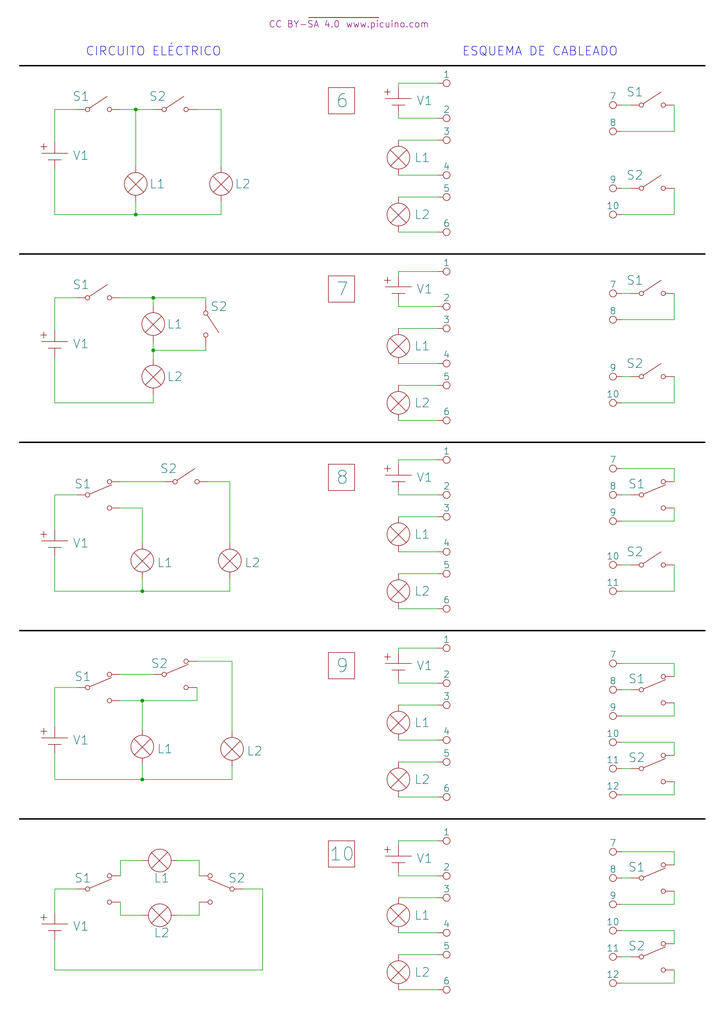
<source format=kicad_sch>
(kicad_sch (version 20231120) (generator "eeschema") (generator_version "8.0")
  (paper "A4" portrait)
  (title_block (title "Cableado eléctrico") (date "19/10/2018") (company "www.picuino.com") (comment 1 "Copyright (c) 2018 by Carlos Pardo") (comment 2 "License CC BY-SA 4.0"))
  (lib_symbols
    (symbol "electric-cableado-rescue:CopyRight-simbolos" (pin_names (offset 1.016))
      (property "License" "CC BY-SA 4.0" (at -1.27 -1.27 0))
      (property "Web" "www.picuino.com" (at 0 -1.27 0))
      (symbol "CopyRight-simbolos_0_1"
        (polyline (pts (xy -10.16 0) (xy 10.16 0)) (stroke (width 0.2032)))
      )
    )
    (symbol "electric-cableado-rescue:Pila-simbolos" (pin_names (offset 1.016))
      (property "Reference" "V" (at 5.08 -4.445 0))
      (symbol "Pila-simbolos_0_1"
        (polyline (pts (xy -4.064 -1.27) (xy -2.286 -1.27)))
        (polyline (pts (xy -3.81 -3.175) (xy 3.81 -3.175)))
        (polyline (pts (xy -3.175 -0.381) (xy -3.175 -2.159)))
        (polyline (pts (xy -1.905 -5.08) (xy 1.905 -5.08)))
      )
      (symbol "Pila-simbolos_1_1"
        (pin input line (at 0 -7.62 90) (length 2.54) (name "") (number ""))
        (pin input line (at 0 0 270) (length 3.175) (name "") (number ""))
      )
    )
    (symbol "electric-cableado-rescue:conector-simbolos" (pin_names (offset 1.016))
      (symbol "conector-simbolos_0_1"
        (circle (center 2.54 0) (radius 1.016))
      )
      (symbol "conector-simbolos_1_1"
        (pin input line (at 0 0 0) (length 1.524) (name "") (number ""))
      )
    )
    (symbol "electric-cableado-rescue:lampara-simbolos" (pin_names (offset 1.016))
      (property "Reference" "L" (at 4.445 -5.08 0))
      (symbol "lampara-simbolos_0_1"
        (circle (center 0 -5.08) (radius 3.302))
        (polyline (pts (xy -2.286 -7.493) (xy 2.286 -2.921)))
        (polyline (pts (xy -2.286 -2.921) (xy 2.286 -7.493)))
      )
      (symbol "lampara-simbolos_1_1"
        (pin input line (at 0 -10.16 90) (length 1.778) (name "") (number ""))
        (pin input line (at 0 0 270) (length 1.778) (name "") (number ""))
      )
    )
    (symbol "electric-cableado-rescue:numero-simbolos" (pin_names (offset 1.016))
      (property "Value" "numero-simbolos" (at 0 0 0))
      (symbol "numero-simbolos_0_1"
        (rectangle (start -3.81 3.81) (end 3.81 -3.81))
      )
    )
    (symbol "electric-cableado-rescue:selector-simbolos" (pin_names (offset 1.016))
      (property "Reference" "S" (at 4.445 3.175 0))
      (symbol "selector-simbolos_0_0"
        (circle (center 3.175 0) (radius 0.635))
        (circle (center 9.525 -3.81) (radius 0.635))
        (circle (center 9.525 3.81) (radius 0.635))
      )
      (symbol "selector-simbolos_0_1"
        (polyline (pts (xy 10.16 2.921) (xy 3.81 0.254)))
      )
      (symbol "selector-simbolos_1_1"
        (pin input line (at 0 0 0) (length 2.54) (name "") (number ""))
        (pin input line (at 12.7 -3.81 180) (length 2.54) (name "") (number ""))
        (pin input line (at 12.7 3.81 180) (length 2.54) (name "") (number ""))
      )
    )
    (symbol "electric-cableado-rescue:switch-simbolos" (pin_names (offset 1.016))
      (property "Reference" "S" (at 4.445 3.175 0))
      (symbol "switch-simbolos_0_0"
        (polyline (pts (xy 8.89 3.81) (xy 3.683 0.381)))
        (circle (center 3.175 0) (radius 0.635))
        (circle (center 9.525 0) (radius 0.635))
      )
      (symbol "switch-simbolos_1_1"
        (pin input line (at 0 0 0) (length 2.54) (name "") (number ""))
        (pin input line (at 12.7 0 180) (length 2.54) (name "") (number ""))
      )
    )
  )
  (junction (at 41.275 203.2))
  (junction (at 41.275 226.06))
  (junction (at 39.37 62.23))
  (junction (at 41.275 171.45))
  (junction (at 39.37 31.75))
  (junction (at 44.45 101.6))
  (junction (at 44.45 86.36))
  (wire (pts (xy 34.925 31.75) (xy 39.37 31.75)))
  (polyline (pts (xy 5.715 237.49) (xy 204.47 237.49)) (stroke (width 0.4064) (type solid) (color 0 0 0 1)))
  (wire (pts (xy 195.58 230.505) (xy 195.58 226.695)))
  (wire (pts (xy 195.58 192.405) (xy 180.34 192.405)))
  (wire (pts (xy 115.57 220.98) (xy 127 220.98)))
  (wire (pts (xy 41.275 226.06) (xy 67.31 226.06)))
  (wire (pts (xy 41.275 203.2) (xy 57.15 203.2)))
  (wire (pts (xy 66.675 157.48) (xy 66.675 139.7)))
  (wire (pts (xy 115.57 270.51) (xy 127 270.51)))
  (wire (pts (xy 15.875 161.29) (xy 15.875 171.45)))
  (wire (pts (xy 115.57 198.12) (xy 115.57 196.85)))
  (wire (pts (xy 60.325 139.7) (xy 66.675 139.7)))
  (wire (pts (xy 180.34 38.1) (xy 195.58 38.1)))
  (wire (pts (xy 15.875 199.39) (xy 15.875 210.82)))
  (wire (pts (xy 44.45 114.3) (xy 44.45 116.84)))
  (wire (pts (xy 115.57 231.14) (xy 127 231.14)))
  (wire (pts (xy 180.34 230.505) (xy 195.58 230.505)))
  (wire (pts (xy 22.225 143.51) (xy 15.875 143.51)))
  (wire (pts (xy 115.57 67.31) (xy 127 67.31)))
  (wire (pts (xy 115.57 134.62) (xy 115.57 133.35)))
  (wire (pts (xy 59.69 86.36) (xy 59.69 87.63)))
  (wire (pts (xy 22.225 199.39) (xy 15.875 199.39)))
  (polyline (pts (xy 5.715 182.88) (xy 204.47 182.88)) (stroke (width 0.4064) (type solid) (color 0 0 0 1)))
  (wire (pts (xy 195.58 247.015) (xy 180.34 247.015)))
  (wire (pts (xy 115.57 260.35) (xy 127 260.35)))
  (wire (pts (xy 182.88 254.635) (xy 180.34 254.635)))
  (wire (pts (xy 57.15 203.2) (xy 57.15 199.39)))
  (wire (pts (xy 182.88 222.885) (xy 180.34 222.885)))
  (wire (pts (xy 182.88 85.09) (xy 180.34 85.09)))
  (wire (pts (xy 15.875 31.75) (xy 22.225 31.75)))
  (wire (pts (xy 115.57 50.8) (xy 127 50.8)))
  (polyline (pts (xy 5.715 19.05) (xy 204.47 19.05)) (stroke (width 0.4064) (type solid) (color 0 0 0 1)))
  (wire (pts (xy 41.275 167.64) (xy 41.275 171.45)))
  (wire (pts (xy 15.875 62.23) (xy 39.37 62.23)))
  (wire (pts (xy 115.57 287.02) (xy 127 287.02)))
  (wire (pts (xy 195.58 54.61) (xy 195.58 62.23)))
  (wire (pts (xy 115.57 254) (xy 127 254)))
  (wire (pts (xy 195.58 151.13) (xy 195.58 147.32)))
  (wire (pts (xy 115.57 57.15) (xy 127 57.15)))
  (wire (pts (xy 195.58 273.685) (xy 195.58 269.875)))
  (wire (pts (xy 195.58 109.22) (xy 195.58 116.84)))
  (wire (pts (xy 115.57 143.51) (xy 115.57 142.24)))
  (wire (pts (xy 15.875 48.895) (xy 15.875 62.23)))
  (wire (pts (xy 115.57 160.02) (xy 127 160.02)))
  (wire (pts (xy 15.875 86.36) (xy 22.225 86.36)))
  (wire (pts (xy 39.37 31.75) (xy 44.45 31.75)))
  (wire (pts (xy 15.875 272.415) (xy 15.875 281.305)))
  (wire (pts (xy 115.57 88.9) (xy 115.57 87.63)))
  (wire (pts (xy 115.57 214.63) (xy 127 214.63)))
  (wire (pts (xy 115.57 276.86) (xy 127 276.86)))
  (wire (pts (xy 15.875 143.51) (xy 15.875 153.67)))
  (wire (pts (xy 15.875 257.81) (xy 15.875 264.795)))
  (wire (pts (xy 115.57 176.53) (xy 127 176.53)))
  (wire (pts (xy 44.45 101.6) (xy 44.45 104.14)))
  (polyline (pts (xy 5.715 73.66) (xy 204.47 73.66)) (stroke (width 0.4064) (type solid) (color 0 0 0 1)))
  (wire (pts (xy 44.45 88.9) (xy 44.45 86.36)))
  (wire (pts (xy 182.88 54.61) (xy 180.34 54.61)))
  (wire (pts (xy 180.34 262.255) (xy 195.58 262.255)))
  (wire (pts (xy 57.785 265.43) (xy 57.785 261.62)))
  (wire (pts (xy 182.88 109.22) (xy 180.34 109.22)))
  (wire (pts (xy 70.485 257.81) (xy 76.2 257.81)))
  (wire (pts (xy 15.875 171.45) (xy 41.275 171.45)))
  (wire (pts (xy 34.925 261.62) (xy 34.925 265.43)))
  (wire (pts (xy 57.785 249.555) (xy 57.785 254)))
  (wire (pts (xy 59.69 101.6) (xy 44.45 101.6)))
  (wire (pts (xy 195.58 139.7) (xy 195.58 135.89)))
  (wire (pts (xy 115.57 198.12) (xy 127 198.12)))
  (wire (pts (xy 115.57 245.11) (xy 115.57 243.84)))
  (wire (pts (xy 115.57 34.29) (xy 115.57 33.02)))
  (wire (pts (xy 57.15 31.75) (xy 64.135 31.75)))
  (wire (pts (xy 115.57 204.47) (xy 127 204.47)))
  (wire (pts (xy 34.925 139.7) (xy 47.625 139.7)))
  (wire (pts (xy 51.435 265.43) (xy 57.785 265.43)))
  (wire (pts (xy 182.88 200.025) (xy 180.34 200.025)))
  (wire (pts (xy 115.57 254) (xy 115.57 252.73)))
  (wire (pts (xy 15.875 31.75) (xy 15.875 41.275)))
  (wire (pts (xy 115.57 243.84) (xy 127 243.84)))
  (wire (pts (xy 34.925 249.555) (xy 41.275 249.555)))
  (wire (pts (xy 76.2 257.81) (xy 76.2 281.305)))
  (wire (pts (xy 15.875 103.505) (xy 15.875 116.84)))
  (wire (pts (xy 182.88 277.495) (xy 180.34 277.495)))
  (wire (pts (xy 115.57 78.74) (xy 127 78.74)))
  (wire (pts (xy 115.57 40.64) (xy 127 40.64)))
  (wire (pts (xy 195.58 207.645) (xy 195.58 203.835)))
  (wire (pts (xy 39.37 62.23) (xy 64.135 62.23)))
  (wire (pts (xy 15.875 281.305) (xy 76.2 281.305)))
  (wire (pts (xy 195.58 85.09) (xy 195.58 92.71)))
  (wire (pts (xy 41.275 221.615) (xy 41.275 226.06)))
  (wire (pts (xy 66.675 171.45) (xy 66.675 167.64)))
  (wire (pts (xy 195.58 215.265) (xy 180.34 215.265)))
  (wire (pts (xy 182.88 30.48) (xy 180.34 30.48)))
  (polyline (pts (xy 5.715 128.27) (xy 204.47 128.27)) (stroke (width 0.4064) (type solid) (color 0 0 0 1)))
  (wire (pts (xy 34.925 254) (xy 34.925 249.555)))
  (wire (pts (xy 115.57 105.41) (xy 127 105.41)))
  (wire (pts (xy 195.58 30.48) (xy 195.58 38.1)))
  (wire (pts (xy 34.925 86.36) (xy 44.45 86.36)))
  (wire (pts (xy 34.925 265.43) (xy 41.275 265.43)))
  (wire (pts (xy 41.275 203.2) (xy 41.275 211.455)))
  (wire (pts (xy 15.875 86.36) (xy 15.875 95.885)))
  (wire (pts (xy 51.435 249.555) (xy 57.785 249.555)))
  (wire (pts (xy 195.58 196.215) (xy 195.58 192.405)))
  (wire (pts (xy 59.69 100.33) (xy 59.69 101.6)))
  (wire (pts (xy 115.57 189.23) (xy 115.57 187.96)))
  (wire (pts (xy 39.37 31.75) (xy 39.37 48.26)))
  (wire (pts (xy 15.875 116.84) (xy 44.45 116.84)))
  (wire (pts (xy 115.57 133.35) (xy 127 133.35)))
  (wire (pts (xy 115.57 121.92) (xy 127 121.92)))
  (wire (pts (xy 182.88 143.51) (xy 180.34 143.51)))
  (wire (pts (xy 34.925 147.32) (xy 41.275 147.32)))
  (wire (pts (xy 44.45 99.06) (xy 44.45 101.6)))
  (wire (pts (xy 41.275 171.45) (xy 66.675 171.45)))
  (wire (pts (xy 115.57 166.37) (xy 127 166.37)))
  (wire (pts (xy 180.34 207.645) (xy 195.58 207.645)))
  (wire (pts (xy 195.58 269.875) (xy 180.34 269.875)))
  (wire (pts (xy 34.925 195.58) (xy 44.45 195.58)))
  (wire (pts (xy 195.58 219.075) (xy 195.58 215.265)))
  (wire (pts (xy 180.34 151.13) (xy 195.58 151.13)))
  (wire (pts (xy 180.34 171.45) (xy 195.58 171.45)))
  (wire (pts (xy 195.58 135.89) (xy 180.34 135.89)))
  (wire (pts (xy 115.57 24.13) (xy 127 24.13)))
  (wire (pts (xy 41.275 147.32) (xy 41.275 157.48)))
  (wire (pts (xy 180.34 62.23) (xy 195.58 62.23)))
  (wire (pts (xy 115.57 25.4) (xy 115.57 24.13)))
  (wire (pts (xy 15.875 226.06) (xy 41.275 226.06)))
  (wire (pts (xy 195.58 285.115) (xy 195.58 281.305)))
  (wire (pts (xy 115.57 143.51) (xy 127 143.51)))
  (wire (pts (xy 115.57 95.25) (xy 127 95.25)))
  (wire (pts (xy 44.45 86.36) (xy 59.69 86.36)))
  (wire (pts (xy 67.31 222.25) (xy 67.31 226.06)))
  (wire (pts (xy 115.57 34.29) (xy 127 34.29)))
  (wire (pts (xy 180.34 92.71) (xy 195.58 92.71)))
  (wire (pts (xy 22.225 257.81) (xy 15.875 257.81)))
  (wire (pts (xy 115.57 111.76) (xy 127 111.76)))
  (wire (pts (xy 15.875 218.44) (xy 15.875 226.06)))
  (wire (pts (xy 115.57 80.01) (xy 115.57 78.74)))
  (wire (pts (xy 115.57 149.86) (xy 127 149.86)))
  (wire (pts (xy 195.58 163.83) (xy 195.58 171.45)))
  (wire (pts (xy 115.57 187.96) (xy 127 187.96)))
  (wire (pts (xy 64.135 31.75) (xy 64.135 48.26)))
  (wire (pts (xy 180.34 116.84) (xy 195.58 116.84)))
  (wire (pts (xy 67.31 191.77) (xy 67.31 212.09)))
  (wire (pts (xy 182.88 163.83) (xy 180.34 163.83)))
  (wire (pts (xy 195.58 250.825) (xy 195.58 247.015)))
  (wire (pts (xy 180.34 285.115) (xy 195.58 285.115)))
  (wire (pts (xy 34.925 203.2) (xy 41.275 203.2)))
  (wire (pts (xy 64.135 58.42) (xy 64.135 62.23)))
  (wire (pts (xy 115.57 88.9) (xy 127 88.9)))
  (wire (pts (xy 39.37 58.42) (xy 39.37 62.23)))
  (wire (pts (xy 57.15 191.77) (xy 67.31 191.77)))
  (wire (pts (xy 195.58 262.255) (xy 195.58 258.445)))
  (text "ESQUEMA DE CABLEADO" (at 133.985 16.51 0) (effects (font (size 2.54 2.54)) (justify left bottom)))
  (text "CIRCUITO ELÉCTRICO" (at 24.765 16.51 0) (effects (font (size 2.54 2.54)) (justify left bottom)))
  (symbol (lib_id "electric-cableado-rescue:Pila-simbolos") (at 15.875 210.82 0) (unit 1)
    (property "Reference" "V1" (at 20.955 214.63 0) (effects (font (size 2.54 2.54)) (justify left)))
    (property "Value" "Pila" (effects (hide yes)))
  )
  (symbol (lib_id "electric-cableado-rescue:Pila-simbolos") (at 15.875 153.67 0) (unit 1)
    (property "Reference" "V1" (at 20.955 157.48 0) (effects (font (size 2.54 2.54)) (justify left)))
    (property "Value" "Pila" (effects (hide yes)))
  )
  (symbol (lib_id "electric-cableado-rescue:lampara-simbolos") (at 66.675 157.48 0) (unit 1)
    (property "Reference" "L2" (at 70.7644 163.195 0) (effects (font (size 2.54 2.54)) (justify left)))
    (property "Value" "lampara" (effects (hide yes)))
  )
  (symbol (lib_id "electric-cableado-rescue:lampara-simbolos") (at 41.275 157.48 0) (unit 1)
    (property "Reference" "L1" (at 45.3644 163.195 0) (effects (font (size 2.54 2.54)) (justify left)))
    (property "Value" "lampara" (effects (hide yes)))
  )
  (symbol (lib_id "electric-cableado-rescue:lampara-simbolos") (at 115.57 149.86 0) (unit 1)
    (property "Reference" "L1" (at 120.015 154.94 0) (effects (font (size 2.54 2.54)) (justify left)))
    (property "Value" "lampara" (effects (hide yes)))
  )
  (symbol (lib_id "electric-cableado-rescue:Pila-simbolos") (at 115.57 134.62 0) (unit 1)
    (property "Reference" "V1" (at 120.65 138.43 0) (effects (font (size 2.54 2.54)) (justify left)))
    (property "Value" "Pila" (effects (hide yes)))
  )
  (symbol (lib_id "electric-cableado-rescue:lampara-simbolos") (at 115.57 166.37 0) (unit 1)
    (property "Reference" "L2" (at 120.015 171.45 0) (effects (font (size 2.54 2.54)) (justify left)))
    (property "Value" "lampara" (effects (hide yes)))
  )
  (symbol (lib_id "electric-cableado-rescue:numero-simbolos") (at 99.06 138.43 0) (unit 1)
    (property "Reference" "N?" (effects (hide yes)))
    (property "Value" "8" (at 97.155 138.43 0) (effects (font (size 3.81 3.81)) (justify left)))
  )
  (symbol (lib_id "electric-cableado-rescue:numero-simbolos") (at 99.06 193.04 0) (unit 1)
    (property "Reference" "N?" (effects (hide yes)))
    (property "Value" "9" (at 97.155 193.04 0) (effects (font (size 3.81 3.81)) (justify left)))
  )
  (symbol (lib_id "electric-cableado-rescue:conector-simbolos") (at 127 133.35 0) (unit 1)
    (property "Reference" "o?" (effects (hide yes)))
    (property "Value" "1" (at 129.54 130.81 0) (effects (font (size 1.905 1.905))))
  )
  (symbol (lib_id "electric-cableado-rescue:conector-simbolos") (at 127 143.51 0) (unit 1)
    (property "Reference" "o?" (effects (hide yes)))
    (property "Value" "2" (at 129.54 140.97 0) (effects (font (size 1.905 1.905))))
  )
  (symbol (lib_id "electric-cableado-rescue:conector-simbolos") (at 127 149.86 0) (unit 1)
    (property "Reference" "o?" (effects (hide yes)))
    (property "Value" "3" (at 129.54 147.32 0) (effects (font (size 1.905 1.905))))
  )
  (symbol (lib_id "electric-cableado-rescue:conector-simbolos") (at 127 160.02 0) (unit 1)
    (property "Reference" "o?" (effects (hide yes)))
    (property "Value" "4" (at 129.54 157.48 0) (effects (font (size 1.905 1.905))))
  )
  (symbol (lib_id "electric-cableado-rescue:conector-simbolos") (at 127 166.37 0) (mirror x) (unit 1)
    (property "Reference" "o?" (effects (hide yes)))
    (property "Value" "5" (at 129.54 163.83 0) (effects (font (size 1.905 1.905))))
  )
  (symbol (lib_id "electric-cableado-rescue:conector-simbolos") (at 127 176.53 0) (mirror x) (unit 1)
    (property "Reference" "o?" (effects (hide yes)))
    (property "Value" "6" (at 129.54 173.99 0) (effects (font (size 1.905 1.905))))
  )
  (symbol (lib_id "electric-cableado-rescue:conector-simbolos") (at 180.34 163.83 180) (unit 1)
    (property "Reference" "o?" (effects (hide yes)))
    (property "Value" "10" (at 177.8 161.29 0) (effects (font (size 1.905 1.905))))
  )
  (symbol (lib_id "electric-cableado-rescue:conector-simbolos") (at 180.34 171.45 180) (unit 1)
    (property "Reference" "o?" (effects (hide yes)))
    (property "Value" "11" (at 177.8 168.91 0) (effects (font (size 1.905 1.905))))
  )
  (symbol (lib_id "electric-cableado-rescue:Pila-simbolos") (at 15.875 264.795 0) (unit 1)
    (property "Reference" "V1" (at 20.955 268.605 0) (effects (font (size 2.54 2.54)) (justify left)))
    (property "Value" "Pila" (effects (hide yes)))
  )
  (symbol (lib_id "electric-cableado-rescue:lampara-simbolos") (at 51.435 265.43 270) (unit 1)
    (property "Reference" "L2" (at 44.45 270.51 90) (effects (font (size 2.54 2.54)) (justify left)))
    (property "Value" "lampara" (effects (hide yes)))
  )
  (symbol (lib_id "electric-cableado-rescue:lampara-simbolos") (at 115.57 260.35 0) (unit 1)
    (property "Reference" "L1" (at 120.015 265.43 0) (effects (font (size 2.54 2.54)) (justify left)))
    (property "Value" "lampara" (effects (hide yes)))
  )
  (symbol (lib_id "electric-cableado-rescue:Pila-simbolos") (at 115.57 245.11 0) (unit 1)
    (property "Reference" "V1" (at 120.65 248.92 0) (effects (font (size 2.54 2.54)) (justify left)))
    (property "Value" "Pila" (effects (hide yes)))
  )
  (symbol (lib_id "electric-cableado-rescue:selector-simbolos") (at 182.88 254.635 0) (unit 1)
    (property "Reference" "S1" (at 187.325 251.46 0) (effects (font (size 2.54 2.54)) (justify right)))
    (property "Value" "selector" (effects (hide yes)))
  )
  (symbol (lib_id "electric-cableado-rescue:selector-simbolos") (at 182.88 277.495 0) (unit 1)
    (property "Reference" "S2" (at 187.325 274.32 0) (effects (font (size 2.54 2.54)) (justify right)))
    (property "Value" "selector" (effects (hide yes)))
  )
  (symbol (lib_id "electric-cableado-rescue:lampara-simbolos") (at 115.57 276.86 0) (unit 1)
    (property "Reference" "L2" (at 120.015 281.94 0) (effects (font (size 2.54 2.54)) (justify left)))
    (property "Value" "lampara" (effects (hide yes)))
  )
  (symbol (lib_id "electric-cableado-rescue:numero-simbolos") (at 99.06 247.65 0) (unit 1)
    (property "Reference" "N?" (effects (hide yes)))
    (property "Value" "10" (at 95.25 247.65 0) (effects (font (size 3.81 3.81)) (justify left)))
  )
  (symbol (lib_id "electric-cableado-rescue:conector-simbolos") (at 127 243.84 0) (unit 1)
    (property "Reference" "o?" (effects (hide yes)))
    (property "Value" "1" (at 129.54 241.3 0) (effects (font (size 1.905 1.905))))
  )
  (symbol (lib_id "electric-cableado-rescue:conector-simbolos") (at 127 254 0) (unit 1)
    (property "Reference" "o?" (effects (hide yes)))
    (property "Value" "2" (at 129.54 251.46 0) (effects (font (size 1.905 1.905))))
  )
  (symbol (lib_id "electric-cableado-rescue:conector-simbolos") (at 127 260.35 0) (unit 1)
    (property "Reference" "o?" (effects (hide yes)))
    (property "Value" "3" (at 129.54 257.81 0) (effects (font (size 1.905 1.905))))
  )
  (symbol (lib_id "electric-cableado-rescue:conector-simbolos") (at 127 270.51 0) (unit 1)
    (property "Reference" "o?" (effects (hide yes)))
    (property "Value" "4" (at 129.54 267.97 0) (effects (font (size 1.905 1.905))))
  )
  (symbol (lib_id "electric-cableado-rescue:conector-simbolos") (at 127 276.86 0) (mirror x) (unit 1)
    (property "Reference" "o?" (effects (hide yes)))
    (property "Value" "5" (at 129.54 274.32 0) (effects (font (size 1.905 1.905))))
  )
  (symbol (lib_id "electric-cableado-rescue:conector-simbolos") (at 127 287.02 0) (mirror x) (unit 1)
    (property "Reference" "o?" (effects (hide yes)))
    (property "Value" "6" (at 129.54 284.48 0) (effects (font (size 1.905 1.905))))
  )
  (symbol (lib_id "electric-cableado-rescue:conector-simbolos") (at 180.34 247.015 180) (unit 1)
    (property "Reference" "o?" (effects (hide yes)))
    (property "Value" "7" (at 177.8 244.475 0) (effects (font (size 1.905 1.905))))
  )
  (symbol (lib_id "electric-cableado-rescue:conector-simbolos") (at 180.34 254.635 180) (unit 1)
    (property "Reference" "o?" (effects (hide yes)))
    (property "Value" "8" (at 177.8 252.095 0) (effects (font (size 1.905 1.905))))
  )
  (symbol (lib_id "electric-cableado-rescue:conector-simbolos") (at 180.34 262.255 180) (unit 1)
    (property "Reference" "o?" (effects (hide yes)))
    (property "Value" "9" (at 177.8 259.715 0) (effects (font (size 1.905 1.905))))
  )
  (symbol (lib_id "electric-cableado-rescue:conector-simbolos") (at 180.34 269.875 180) (unit 1)
    (property "Reference" "o?" (effects (hide yes)))
    (property "Value" "10" (at 177.8 267.335 0) (effects (font (size 1.905 1.905))))
  )
  (symbol (lib_id "electric-cableado-rescue:conector-simbolos") (at 180.34 277.495 180) (unit 1)
    (property "Reference" "o?" (effects (hide yes)))
    (property "Value" "11" (at 177.8 274.955 0) (effects (font (size 1.905 1.905))))
  )
  (symbol (lib_id "electric-cableado-rescue:conector-simbolos") (at 180.34 285.115 180) (unit 1)
    (property "Reference" "o?" (effects (hide yes)))
    (property "Value" "12" (at 177.8 282.575 0) (effects (font (size 1.905 1.905))))
  )
  (symbol (lib_id "electric-cableado-rescue:switch-simbolos") (at 47.625 139.7 0) (unit 1)
    (property "Reference" "S2" (at 48.895 135.89 0) (effects (font (size 2.54 2.54))))
    (property "Value" "switch" (effects (hide yes)))
  )
  (symbol (lib_id "electric-cableado-rescue:switch-simbolos") (at 182.88 163.83 0) (unit 1)
    (property "Reference" "S2" (at 184.15 160.02 0) (effects (font (size 2.54 2.54))))
    (property "Value" "switch" (effects (hide yes)))
  )
  (symbol (lib_id "electric-cableado-rescue:lampara-simbolos") (at 41.275 211.455 0) (unit 1)
    (property "Reference" "L1" (at 45.3644 217.17 0) (effects (font (size 2.54 2.54)) (justify left)))
    (property "Value" "lampara" (effects (hide yes)))
  )
  (symbol (lib_id "electric-cableado-rescue:lampara-simbolos") (at 67.31 212.09 0) (unit 1)
    (property "Reference" "L2" (at 71.3994 217.805 0) (effects (font (size 2.54 2.54)) (justify left)))
    (property "Value" "lampara" (effects (hide yes)))
  )
  (symbol (lib_id "electric-cableado-rescue:lampara-simbolos") (at 115.57 204.47 0) (unit 1)
    (property "Reference" "L1" (at 120.015 209.55 0) (effects (font (size 2.54 2.54)) (justify left)))
    (property "Value" "lampara" (effects (hide yes)))
  )
  (symbol (lib_id "electric-cableado-rescue:Pila-simbolos") (at 115.57 189.23 0) (unit 1)
    (property "Reference" "V1" (at 120.65 193.04 0) (effects (font (size 2.54 2.54)) (justify left)))
    (property "Value" "Pila" (effects (hide yes)))
  )
  (symbol (lib_id "electric-cableado-rescue:lampara-simbolos") (at 115.57 220.98 0) (unit 1)
    (property "Reference" "L2" (at 120.015 226.06 0) (effects (font (size 2.54 2.54)) (justify left)))
    (property "Value" "lampara" (effects (hide yes)))
  )
  (symbol (lib_id "electric-cableado-rescue:conector-simbolos") (at 127 187.96 0) (unit 1)
    (property "Reference" "o?" (effects (hide yes)))
    (property "Value" "1" (at 129.54 185.42 0) (effects (font (size 1.905 1.905))))
  )
  (symbol (lib_id "electric-cableado-rescue:conector-simbolos") (at 127 198.12 0) (unit 1)
    (property "Reference" "o?" (effects (hide yes)))
    (property "Value" "2" (at 129.54 195.58 0) (effects (font (size 1.905 1.905))))
  )
  (symbol (lib_id "electric-cableado-rescue:conector-simbolos") (at 127 204.47 0) (unit 1)
    (property "Reference" "o?" (effects (hide yes)))
    (property "Value" "3" (at 129.54 201.93 0) (effects (font (size 1.905 1.905))))
  )
  (symbol (lib_id "electric-cableado-rescue:conector-simbolos") (at 127 214.63 0) (unit 1)
    (property "Reference" "o?" (effects (hide yes)))
    (property "Value" "4" (at 129.54 212.09 0) (effects (font (size 1.905 1.905))))
  )
  (symbol (lib_id "electric-cableado-rescue:conector-simbolos") (at 127 220.98 0) (mirror x) (unit 1)
    (property "Reference" "o?" (effects (hide yes)))
    (property "Value" "5" (at 129.54 218.44 0) (effects (font (size 1.905 1.905))))
  )
  (symbol (lib_id "electric-cableado-rescue:conector-simbolos") (at 127 231.14 0) (mirror x) (unit 1)
    (property "Reference" "o?" (effects (hide yes)))
    (property "Value" "6" (at 129.54 228.6 0) (effects (font (size 1.905 1.905))))
  )
  (symbol (lib_id "electric-cableado-rescue:switch-simbolos") (at 22.225 31.75 0) (unit 1)
    (property "Reference" "S1" (at 23.495 27.94 0) (effects (font (size 2.54 2.54))))
    (property "Value" "switch" (effects (hide yes)))
  )
  (symbol (lib_id "electric-cableado-rescue:Pila-simbolos") (at 15.875 41.275 0) (unit 1)
    (property "Reference" "V1" (at 20.955 45.085 0) (effects (font (size 2.54 2.54)) (justify left)))
    (property "Value" "Pila" (effects (hide yes)))
  )
  (symbol (lib_id "electric-cableado-rescue:lampara-simbolos") (at 39.37 48.26 0) (unit 1)
    (property "Reference" "L1" (at 43.18 53.34 0) (effects (font (size 2.54 2.54)) (justify left)))
    (property "Value" "lampara" (effects (hide yes)))
  )
  (symbol (lib_id "electric-cableado-rescue:lampara-simbolos") (at 115.57 40.64 0) (unit 1)
    (property "Reference" "L1" (at 120.015 45.72 0) (effects (font (size 2.54 2.54)) (justify left)))
    (property "Value" "lampara" (effects (hide yes)))
  )
  (symbol (lib_id "electric-cableado-rescue:Pila-simbolos") (at 115.57 25.4 0) (unit 1)
    (property "Reference" "V1" (at 120.65 29.21 0) (effects (font (size 2.54 2.54)) (justify left)))
    (property "Value" "Pila" (effects (hide yes)))
  )
  (symbol (lib_id "electric-cableado-rescue:lampara-simbolos") (at 115.57 57.15 0) (unit 1)
    (property "Reference" "L2" (at 120.015 62.23 0) (effects (font (size 2.54 2.54)) (justify left)))
    (property "Value" "lampara" (effects (hide yes)))
  )
  (symbol (lib_id "electric-cableado-rescue:conector-simbolos") (at 127 24.13 0) (unit 1)
    (property "Reference" "o?" (effects (hide yes)))
    (property "Value" "1" (at 129.54 21.59 0) (effects (font (size 1.905 1.905))))
  )
  (symbol (lib_id "electric-cableado-rescue:conector-simbolos") (at 127 34.29 0) (unit 1)
    (property "Reference" "o?" (effects (hide yes)))
    (property "Value" "2" (at 129.54 31.75 0) (effects (font (size 1.905 1.905))))
  )
  (symbol (lib_id "electric-cableado-rescue:conector-simbolos") (at 127 40.64 0) (unit 1)
    (property "Reference" "o?" (effects (hide yes)))
    (property "Value" "3" (at 129.54 38.1 0) (effects (font (size 1.905 1.905))))
  )
  (symbol (lib_id "electric-cableado-rescue:conector-simbolos") (at 127 50.8 0) (unit 1)
    (property "Reference" "o?" (effects (hide yes)))
    (property "Value" "4" (at 129.54 48.26 0) (effects (font (size 1.905 1.905))))
  )
  (symbol (lib_id "electric-cableado-rescue:conector-simbolos") (at 127 57.15 0) (mirror x) (unit 1)
    (property "Reference" "o?" (effects (hide yes)))
    (property "Value" "5" (at 129.54 54.61 0) (effects (font (size 1.905 1.905))))
  )
  (symbol (lib_id "electric-cableado-rescue:conector-simbolos") (at 127 67.31 0) (mirror x) (unit 1)
    (property "Reference" "o?" (effects (hide yes)))
    (property "Value" "6" (at 129.54 64.77 0) (effects (font (size 1.905 1.905))))
  )
  (symbol (lib_id "electric-cableado-rescue:conector-simbolos") (at 180.34 30.48 180) (unit 1)
    (property "Reference" "o?" (effects (hide yes)))
    (property "Value" "7" (at 177.8 27.94 0) (effects (font (size 1.905 1.905))))
  )
  (symbol (lib_id "electric-cableado-rescue:conector-simbolos") (at 180.34 38.1 180) (unit 1)
    (property "Reference" "o?" (effects (hide yes)))
    (property "Value" "8" (at 177.8 35.56 0) (effects (font (size 1.905 1.905))))
  )
  (symbol (lib_id "electric-cableado-rescue:conector-simbolos") (at 180.34 54.61 180) (unit 1)
    (property "Reference" "o?" (effects (hide yes)))
    (property "Value" "9" (at 177.8 52.07 0) (effects (font (size 1.905 1.905))))
  )
  (symbol (lib_id "electric-cableado-rescue:conector-simbolos") (at 180.34 62.23 180) (unit 1)
    (property "Reference" "o?" (effects (hide yes)))
    (property "Value" "10" (at 177.8 59.69 0) (effects (font (size 1.905 1.905))))
  )
  (symbol (lib_id "electric-cableado-rescue:switch-simbolos") (at 182.88 30.48 0) (unit 1)
    (property "Reference" "S1" (at 184.15 26.67 0) (effects (font (size 2.54 2.54))))
    (property "Value" "switch" (effects (hide yes)))
  )
  (symbol (lib_id "electric-cableado-rescue:switch-simbolos") (at 182.88 54.61 0) (unit 1)
    (property "Reference" "S2" (at 184.15 50.8 0) (effects (font (size 2.54 2.54))))
    (property "Value" "switch" (effects (hide yes)))
  )
  (symbol (lib_id "electric-cableado-rescue:numero-simbolos") (at 99.06 29.21 0) (unit 1)
    (property "Reference" "N?" (effects (hide yes)))
    (property "Value" "6" (at 97.155 29.21 0) (effects (font (size 3.81 3.81)) (justify left)))
  )
  (symbol (lib_id "electric-cableado-rescue:lampara-simbolos") (at 64.135 48.26 0) (unit 1)
    (property "Reference" "L2" (at 67.945 53.34 0) (effects (font (size 2.54 2.54)) (justify left)))
    (property "Value" "lampara" (effects (hide yes)))
  )
  (symbol (lib_id "electric-cableado-rescue:switch-simbolos") (at 44.45 31.75 0) (unit 1)
    (property "Reference" "S2" (at 45.72 27.94 0) (effects (font (size 2.54 2.54))))
    (property "Value" "switch" (effects (hide yes)))
  )
  (symbol (lib_id "electric-cableado-rescue:selector-simbolos") (at 22.225 143.51 0) (unit 1)
    (property "Reference" "S1" (at 26.67 140.335 0) (effects (font (size 2.54 2.54)) (justify right)))
    (property "Value" "selector" (effects (hide yes)))
  )
  (symbol (lib_id "electric-cableado-rescue:CopyRight-simbolos") (at 99.695 5.08 0) (unit 1)
    (property "Reference" "CP?" (effects (hide yes)))
    (property "Value" "CopyRight" (effects (hide yes)))
    (property "License" "CC BY-SA 4.0" (at 88.265 6.985 0) (effects (font (size 1.905 1.905))))
    (property "Web" "www.picuino.com" (at 112.395 6.985 0) (effects (font (size 1.905 1.905))))
  )
  (symbol (lib_id "electric-cableado-rescue:selector-simbolos") (at 182.88 143.51 0) (unit 1)
    (property "Reference" "S1" (at 187.325 140.335 0) (effects (font (size 2.54 2.54)) (justify right)))
    (property "Value" "selector" (effects (hide yes)))
  )
  (symbol (lib_id "electric-cableado-rescue:conector-simbolos") (at 180.34 135.89 180) (unit 1)
    (property "Reference" "o?" (effects (hide yes)))
    (property "Value" "7" (at 177.8 133.35 0) (effects (font (size 1.905 1.905))))
  )
  (symbol (lib_id "electric-cableado-rescue:conector-simbolos") (at 180.34 143.51 180) (unit 1)
    (property "Reference" "o?" (effects (hide yes)))
    (property "Value" "8" (at 177.8 140.97 0) (effects (font (size 1.905 1.905))))
  )
  (symbol (lib_id "electric-cableado-rescue:conector-simbolos") (at 180.34 151.13 180) (unit 1)
    (property "Reference" "o?" (effects (hide yes)))
    (property "Value" "9" (at 177.8 148.59 0) (effects (font (size 1.905 1.905))))
  )
  (symbol (lib_id "electric-cableado-rescue:selector-simbolos") (at 22.225 199.39 0) (unit 1)
    (property "Reference" "S1" (at 26.67 196.215 0) (effects (font (size 2.54 2.54)) (justify right)))
    (property "Value" "selector" (effects (hide yes)))
  )
  (symbol (lib_id "electric-cableado-rescue:selector-simbolos") (at 44.45 195.58 0) (unit 1)
    (property "Reference" "S2" (at 48.895 192.405 0) (effects (font (size 2.54 2.54)) (justify right)))
    (property "Value" "selector" (effects (hide yes)))
  )
  (symbol (lib_id "electric-cableado-rescue:selector-simbolos") (at 182.88 200.025 0) (unit 1)
    (property "Reference" "S1" (at 187.325 196.85 0) (effects (font (size 2.54 2.54)) (justify right)))
    (property "Value" "selector" (effects (hide yes)))
  )
  (symbol (lib_id "electric-cableado-rescue:selector-simbolos") (at 182.88 222.885 0) (unit 1)
    (property "Reference" "S2" (at 187.325 219.71 0) (effects (font (size 2.54 2.54)) (justify right)))
    (property "Value" "selector" (effects (hide yes)))
  )
  (symbol (lib_id "electric-cableado-rescue:conector-simbolos") (at 180.34 192.405 180) (unit 1)
    (property "Reference" "o?" (effects (hide yes)))
    (property "Value" "7" (at 177.8 189.865 0) (effects (font (size 1.905 1.905))))
  )
  (symbol (lib_id "electric-cableado-rescue:conector-simbolos") (at 180.34 200.025 180) (unit 1)
    (property "Reference" "o?" (effects (hide yes)))
    (property "Value" "8" (at 177.8 197.485 0) (effects (font (size 1.905 1.905))))
  )
  (symbol (lib_id "electric-cableado-rescue:conector-simbolos") (at 180.34 207.645 180) (unit 1)
    (property "Reference" "o?" (effects (hide yes)))
    (property "Value" "9" (at 177.8 205.105 0) (effects (font (size 1.905 1.905))))
  )
  (symbol (lib_id "electric-cableado-rescue:conector-simbolos") (at 180.34 215.265 180) (unit 1)
    (property "Reference" "o?" (effects (hide yes)))
    (property "Value" "10" (at 177.8 212.725 0) (effects (font (size 1.905 1.905))))
  )
  (symbol (lib_id "electric-cableado-rescue:conector-simbolos") (at 180.34 222.885 180) (unit 1)
    (property "Reference" "o?" (effects (hide yes)))
    (property "Value" "11" (at 177.8 220.345 0) (effects (font (size 1.905 1.905))))
  )
  (symbol (lib_id "electric-cableado-rescue:conector-simbolos") (at 180.34 230.505 180) (unit 1)
    (property "Reference" "o?" (effects (hide yes)))
    (property "Value" "12" (at 177.8 227.965 0) (effects (font (size 1.905 1.905))))
  )
  (symbol (lib_id "electric-cableado-rescue:switch-simbolos") (at 22.225 86.36 0) (unit 1)
    (property "Reference" "S1" (at 23.495 82.55 0) (effects (font (size 2.54 2.54))))
    (property "Value" "switch" (effects (hide yes)))
  )
  (symbol (lib_id "electric-cableado-rescue:Pila-simbolos") (at 15.875 95.885 0) (unit 1)
    (property "Reference" "V1" (at 20.955 99.695 0) (effects (font (size 2.54 2.54)) (justify left)))
    (property "Value" "Pila" (effects (hide yes)))
  )
  (symbol (lib_id "electric-cableado-rescue:lampara-simbolos") (at 44.45 104.14 0) (unit 1)
    (property "Reference" "L2" (at 48.26 109.22 0) (effects (font (size 2.54 2.54)) (justify left)))
    (property "Value" "lampara" (effects (hide yes)))
  )
  (symbol (lib_id "electric-cableado-rescue:lampara-simbolos") (at 115.57 95.25 0) (unit 1)
    (property "Reference" "L1" (at 120.015 100.33 0) (effects (font (size 2.54 2.54)) (justify left)))
    (property "Value" "lampara" (effects (hide yes)))
  )
  (symbol (lib_id "electric-cableado-rescue:Pila-simbolos") (at 115.57 80.01 0) (unit 1)
    (property "Reference" "V1" (at 120.65 83.82 0) (effects (font (size 2.54 2.54)) (justify left)))
    (property "Value" "Pila" (effects (hide yes)))
  )
  (symbol (lib_id "electric-cableado-rescue:lampara-simbolos") (at 115.57 111.76 0) (unit 1)
    (property "Reference" "L2" (at 120.015 116.84 0) (effects (font (size 2.54 2.54)) (justify left)))
    (property "Value" "lampara" (effects (hide yes)))
  )
  (symbol (lib_id "electric-cableado-rescue:conector-simbolos") (at 127 78.74 0) (unit 1)
    (property "Reference" "o?" (effects (hide yes)))
    (property "Value" "1" (at 129.54 76.2 0) (effects (font (size 1.905 1.905))))
  )
  (symbol (lib_id "electric-cableado-rescue:conector-simbolos") (at 127 88.9 0) (unit 1)
    (property "Reference" "o?" (effects (hide yes)))
    (property "Value" "2" (at 129.54 86.36 0) (effects (font (size 1.905 1.905))))
  )
  (symbol (lib_id "electric-cableado-rescue:conector-simbolos") (at 127 95.25 0) (unit 1)
    (property "Reference" "o?" (effects (hide yes)))
    (property "Value" "3" (at 129.54 92.71 0) (effects (font (size 1.905 1.905))))
  )
  (symbol (lib_id "electric-cableado-rescue:conector-simbolos") (at 127 105.41 0) (unit 1)
    (property "Reference" "o?" (effects (hide yes)))
    (property "Value" "4" (at 129.54 102.87 0) (effects (font (size 1.905 1.905))))
  )
  (symbol (lib_id "electric-cableado-rescue:conector-simbolos") (at 127 111.76 0) (mirror x) (unit 1)
    (property "Reference" "o?" (effects (hide yes)))
    (property "Value" "5" (at 129.54 109.22 0) (effects (font (size 1.905 1.905))))
  )
  (symbol (lib_id "electric-cableado-rescue:conector-simbolos") (at 127 121.92 0) (mirror x) (unit 1)
    (property "Reference" "o?" (effects (hide yes)))
    (property "Value" "6" (at 129.54 119.38 0) (effects (font (size 1.905 1.905))))
  )
  (symbol (lib_id "electric-cableado-rescue:conector-simbolos") (at 180.34 85.09 180) (unit 1)
    (property "Reference" "o?" (effects (hide yes)))
    (property "Value" "7" (at 177.8 82.55 0) (effects (font (size 1.905 1.905))))
  )
  (symbol (lib_id "electric-cableado-rescue:conector-simbolos") (at 180.34 92.71 180) (unit 1)
    (property "Reference" "o?" (effects (hide yes)))
    (property "Value" "8" (at 177.8 90.17 0) (effects (font (size 1.905 1.905))))
  )
  (symbol (lib_id "electric-cableado-rescue:conector-simbolos") (at 180.34 109.22 180) (unit 1)
    (property "Reference" "o?" (effects (hide yes)))
    (property "Value" "9" (at 177.8 106.68 0) (effects (font (size 1.905 1.905))))
  )
  (symbol (lib_id "electric-cableado-rescue:conector-simbolos") (at 180.34 116.84 180) (unit 1)
    (property "Reference" "o?" (effects (hide yes)))
    (property "Value" "10" (at 177.8 114.3 0) (effects (font (size 1.905 1.905))))
  )
  (symbol (lib_id "electric-cableado-rescue:switch-simbolos") (at 182.88 85.09 0) (unit 1)
    (property "Reference" "S1" (at 184.15 81.28 0) (effects (font (size 2.54 2.54))))
    (property "Value" "switch" (effects (hide yes)))
  )
  (symbol (lib_id "electric-cableado-rescue:switch-simbolos") (at 182.88 109.22 0) (unit 1)
    (property "Reference" "S2" (at 184.15 105.41 0) (effects (font (size 2.54 2.54))))
    (property "Value" "switch" (effects (hide yes)))
  )
  (symbol (lib_id "electric-cableado-rescue:numero-simbolos") (at 99.06 83.82 0) (unit 1)
    (property "Reference" "N?" (effects (hide yes)))
    (property "Value" "7" (at 97.155 83.82 0) (effects (font (size 3.81 3.81)) (justify left)))
  )
  (symbol (lib_id "electric-cableado-rescue:lampara-simbolos") (at 44.45 88.9 0) (unit 1)
    (property "Reference" "L1" (at 48.26 93.98 0) (effects (font (size 2.54 2.54)) (justify left)))
    (property "Value" "lampara" (effects (hide yes)))
  )
  (symbol (lib_id "electric-cableado-rescue:switch-simbolos") (at 59.69 87.63 270) (unit 1)
    (property "Reference" "S2" (at 63.5 88.9 90) (effects (font (size 2.54 2.54))))
    (property "Value" "switch" (effects (hide yes)))
  )
  (symbol (lib_id "electric-cableado-rescue:lampara-simbolos") (at 51.435 249.555 270) (unit 1)
    (property "Reference" "L1" (at 44.45 254.635 90) (effects (font (size 2.54 2.54)) (justify left)))
    (property "Value" "lampara" (effects (hide yes)))
  )
  (symbol (lib_id "electric-cableado-rescue:selector-simbolos") (at 22.225 257.81 0) (unit 1)
    (property "Reference" "S1" (at 26.67 254.635 0) (effects (font (size 2.54 2.54)) (justify right)))
    (property "Value" "selector" (effects (hide yes)))
  )
  (symbol (lib_id "electric-cableado-rescue:selector-simbolos") (at 70.485 257.81 0) (mirror y) (unit 1)
    (property "Reference" "S2" (at 66.04 254.635 0) (effects (font (size 2.54 2.54)) (justify right)))
    (property "Value" "selector" (effects (hide yes)))
  )
)
</source>
